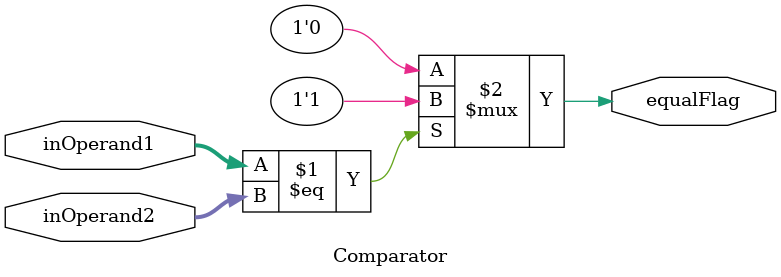
<source format=v>
module Comparator(inOperand1 ,inOperand2 ,equalFlag);

      input [31:0]  inOperand1;
      input [31:0]  inOperand2;
      output equalFlag;

      assign equalFlag = (inOperand1 == inOperand2) ? 1'b1 : 1'b0;

endmodule

</source>
